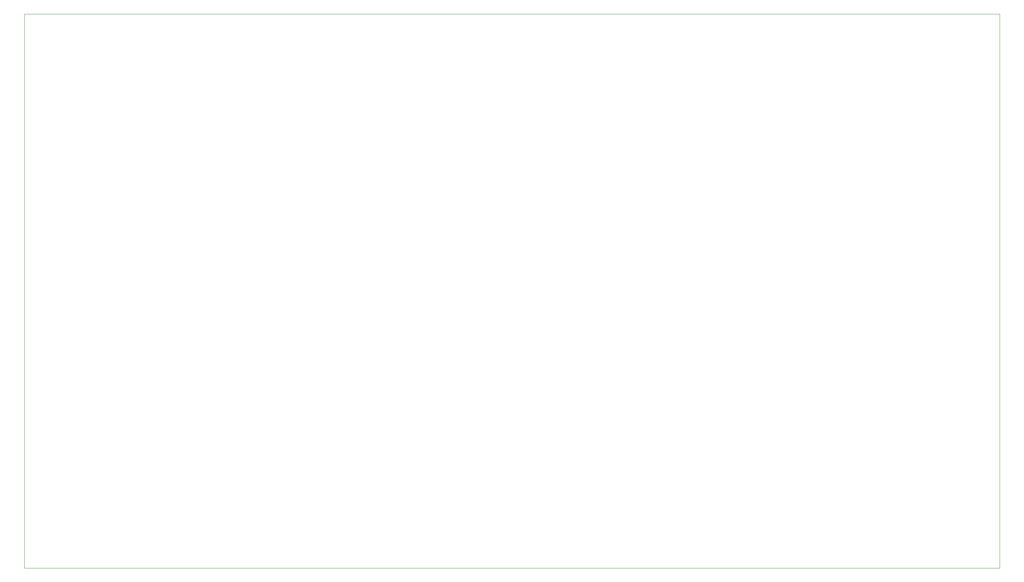
<source format=gbr>
%TF.GenerationSoftware,KiCad,Pcbnew,8.0.4*%
%TF.CreationDate,2024-09-02T18:18:05-04:00*%
%TF.ProjectId,BTKeyboardAttempt,42544b65-7962-46f6-9172-64417474656d,rev?*%
%TF.SameCoordinates,Original*%
%TF.FileFunction,Profile,NP*%
%FSLAX46Y46*%
G04 Gerber Fmt 4.6, Leading zero omitted, Abs format (unit mm)*
G04 Created by KiCad (PCBNEW 8.0.4) date 2024-09-02 18:18:05*
%MOMM*%
%LPD*%
G01*
G04 APERTURE LIST*
%TA.AperFunction,Profile*%
%ADD10C,0.050000*%
%TD*%
G04 APERTURE END LIST*
D10*
X48550000Y-11325000D02*
X279050000Y-11325000D01*
X279050000Y-142300000D01*
X48550000Y-142300000D01*
X48550000Y-11325000D01*
M02*

</source>
